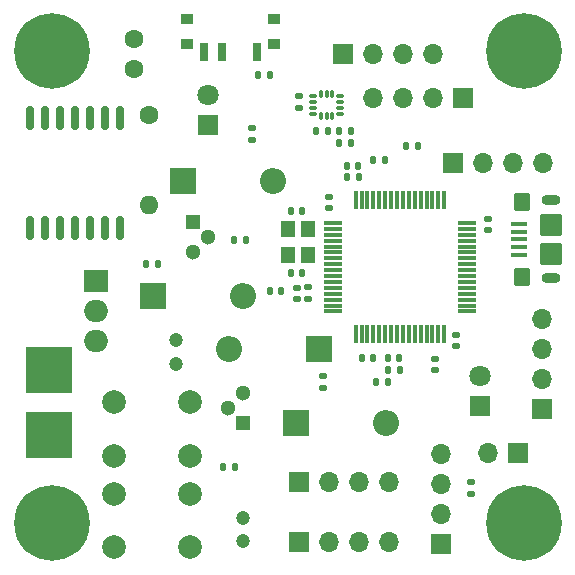
<source format=gbr>
%TF.GenerationSoftware,KiCad,Pcbnew,8.0.7*%
%TF.CreationDate,2025-07-22T02:57:33-04:00*%
%TF.ProjectId,Drone Motherboared,44726f6e-6520-44d6-9f74-686572626f61,rev?*%
%TF.SameCoordinates,Original*%
%TF.FileFunction,Soldermask,Top*%
%TF.FilePolarity,Negative*%
%FSLAX46Y46*%
G04 Gerber Fmt 4.6, Leading zero omitted, Abs format (unit mm)*
G04 Created by KiCad (PCBNEW 8.0.7) date 2025-07-22 02:57:33*
%MOMM*%
%LPD*%
G01*
G04 APERTURE LIST*
G04 Aperture macros list*
%AMRoundRect*
0 Rectangle with rounded corners*
0 $1 Rounding radius*
0 $2 $3 $4 $5 $6 $7 $8 $9 X,Y pos of 4 corners*
0 Add a 4 corners polygon primitive as box body*
4,1,4,$2,$3,$4,$5,$6,$7,$8,$9,$2,$3,0*
0 Add four circle primitives for the rounded corners*
1,1,$1+$1,$2,$3*
1,1,$1+$1,$4,$5*
1,1,$1+$1,$6,$7*
1,1,$1+$1,$8,$9*
0 Add four rect primitives between the rounded corners*
20,1,$1+$1,$2,$3,$4,$5,0*
20,1,$1+$1,$4,$5,$6,$7,0*
20,1,$1+$1,$6,$7,$8,$9,0*
20,1,$1+$1,$8,$9,$2,$3,0*%
G04 Aperture macros list end*
%ADD10R,4.000000X4.000000*%
%ADD11R,1.200000X1.400000*%
%ADD12RoundRect,0.087500X-0.087500X-0.225000X0.087500X-0.225000X0.087500X0.225000X-0.087500X0.225000X0*%
%ADD13RoundRect,0.087500X-0.225000X-0.087500X0.225000X-0.087500X0.225000X0.087500X-0.225000X0.087500X0*%
%ADD14RoundRect,0.075000X-0.700000X-0.075000X0.700000X-0.075000X0.700000X0.075000X-0.700000X0.075000X0*%
%ADD15RoundRect,0.075000X-0.075000X-0.700000X0.075000X-0.700000X0.075000X0.700000X-0.075000X0.700000X0*%
%ADD16RoundRect,0.150000X-0.150000X0.875000X-0.150000X-0.875000X0.150000X-0.875000X0.150000X0.875000X0*%
%ADD17R,0.711200X1.498600*%
%ADD18R,0.990600X0.812800*%
%ADD19C,2.000000*%
%ADD20RoundRect,0.135000X-0.185000X0.135000X-0.185000X-0.135000X0.185000X-0.135000X0.185000X0.135000X0*%
%ADD21RoundRect,0.135000X0.135000X0.185000X-0.135000X0.185000X-0.135000X-0.185000X0.135000X-0.185000X0*%
%ADD22RoundRect,0.135000X-0.135000X-0.185000X0.135000X-0.185000X0.135000X0.185000X-0.135000X0.185000X0*%
%ADD23RoundRect,0.135000X0.185000X-0.135000X0.185000X0.135000X-0.185000X0.135000X-0.185000X-0.135000X0*%
%ADD24O,2.000000X1.905000*%
%ADD25R,2.000000X1.905000*%
%ADD26C,1.300000*%
%ADD27R,1.300000X1.300000*%
%ADD28O,1.600000X1.600000*%
%ADD29C,1.600000*%
%ADD30RoundRect,0.100000X0.575000X-0.100000X0.575000X0.100000X-0.575000X0.100000X-0.575000X-0.100000X0*%
%ADD31O,1.600000X0.900000*%
%ADD32RoundRect,0.250000X0.450000X-0.550000X0.450000X0.550000X-0.450000X0.550000X-0.450000X-0.550000X0*%
%ADD33RoundRect,0.250000X0.700000X-0.700000X0.700000X0.700000X-0.700000X0.700000X-0.700000X-0.700000X0*%
%ADD34O,1.700000X1.700000*%
%ADD35R,1.700000X1.700000*%
%ADD36C,6.400000*%
%ADD37R,1.800000X1.800000*%
%ADD38C,1.800000*%
%ADD39O,2.200000X2.200000*%
%ADD40R,2.200000X2.200000*%
%ADD41C,1.200000*%
%ADD42RoundRect,0.140000X-0.140000X-0.170000X0.140000X-0.170000X0.140000X0.170000X-0.140000X0.170000X0*%
%ADD43RoundRect,0.140000X-0.170000X0.140000X-0.170000X-0.140000X0.170000X-0.140000X0.170000X0.140000X0*%
%ADD44RoundRect,0.140000X0.140000X0.170000X-0.140000X0.170000X-0.140000X-0.170000X0.140000X-0.170000X0*%
%ADD45RoundRect,0.140000X0.170000X-0.140000X0.170000X0.140000X-0.170000X0.140000X-0.170000X-0.140000X0*%
G04 APERTURE END LIST*
D10*
%TO.C,TP2*%
X159800000Y-102000000D03*
%TD*%
D11*
%TO.C,Y1*%
X181750000Y-84600000D03*
X181750000Y-86800000D03*
X180050000Y-86800000D03*
X180050000Y-84600000D03*
%TD*%
D12*
%TO.C,U3*%
X182790000Y-73175000D03*
X183290000Y-73175000D03*
X183790000Y-73175000D03*
D13*
X184452500Y-73337500D03*
X184452500Y-73837500D03*
X184452500Y-74337500D03*
X184452500Y-74837500D03*
D12*
X183790000Y-75000000D03*
X183290000Y-75000000D03*
X182790000Y-75000000D03*
D13*
X182127500Y-74837500D03*
X182127500Y-74337500D03*
X182127500Y-73837500D03*
X182127500Y-73337500D03*
%TD*%
D14*
%TO.C,U2*%
X183825000Y-84050000D03*
X183825000Y-84550000D03*
X183825000Y-85050000D03*
X183825000Y-85550000D03*
X183825000Y-86050000D03*
X183825000Y-86550000D03*
X183825000Y-87050000D03*
X183825000Y-87550000D03*
X183825000Y-88050000D03*
X183825000Y-88550000D03*
X183825000Y-89050000D03*
X183825000Y-89550000D03*
X183825000Y-90050000D03*
X183825000Y-90550000D03*
X183825000Y-91050000D03*
X183825000Y-91550000D03*
D15*
X185750000Y-93475000D03*
X186250000Y-93475000D03*
X186750000Y-93475000D03*
X187250000Y-93475000D03*
X187750000Y-93475000D03*
X188250000Y-93475000D03*
X188750000Y-93475000D03*
X189250000Y-93475000D03*
X189750000Y-93475000D03*
X190250000Y-93475000D03*
X190750000Y-93475000D03*
X191250000Y-93475000D03*
X191750000Y-93475000D03*
X192250000Y-93475000D03*
X192750000Y-93475000D03*
X193250000Y-93475000D03*
D14*
X195175000Y-91550000D03*
X195175000Y-91050000D03*
X195175000Y-90550000D03*
X195175000Y-90050000D03*
X195175000Y-89550000D03*
X195175000Y-89050000D03*
X195175000Y-88550000D03*
X195175000Y-88050000D03*
X195175000Y-87550000D03*
X195175000Y-87050000D03*
X195175000Y-86550000D03*
X195175000Y-86050000D03*
X195175000Y-85550000D03*
X195175000Y-85050000D03*
X195175000Y-84550000D03*
X195175000Y-84050000D03*
D15*
X193250000Y-82125000D03*
X192750000Y-82125000D03*
X192250000Y-82125000D03*
X191750000Y-82125000D03*
X191250000Y-82125000D03*
X190750000Y-82125000D03*
X190250000Y-82125000D03*
X189750000Y-82125000D03*
X189250000Y-82125000D03*
X188750000Y-82125000D03*
X188250000Y-82125000D03*
X187750000Y-82125000D03*
X187250000Y-82125000D03*
X186750000Y-82125000D03*
X186250000Y-82125000D03*
X185750000Y-82125000D03*
%TD*%
D16*
%TO.C,U1*%
X165770000Y-84500000D03*
X164500000Y-84500000D03*
X163230000Y-84500000D03*
X161960000Y-84500000D03*
X160690000Y-84500000D03*
X159420000Y-84500000D03*
X158150000Y-84500000D03*
X158150000Y-75200000D03*
X159420000Y-75200000D03*
X160690000Y-75200000D03*
X161960000Y-75200000D03*
X163230000Y-75200000D03*
X164500000Y-75200000D03*
X165770000Y-75200000D03*
%TD*%
D10*
%TO.C,TP1*%
X159800000Y-96500000D03*
%TD*%
D17*
%TO.C,SW3*%
X177399983Y-69599999D03*
X174399980Y-69599999D03*
X172899980Y-69599999D03*
D18*
X178799980Y-68899998D03*
X171499980Y-68899998D03*
X178799960Y-66800000D03*
X171500000Y-66800000D03*
%TD*%
D19*
%TO.C,SW2*%
X165250000Y-99250000D03*
X171750000Y-99250000D03*
X165250000Y-103750000D03*
X171750000Y-103750000D03*
%TD*%
%TO.C,SW1*%
X171750000Y-111500000D03*
X165250000Y-111500000D03*
X171750000Y-107000000D03*
X165250000Y-107000000D03*
%TD*%
D20*
%TO.C,R13*%
X195500000Y-107000000D03*
X195500000Y-105980000D03*
%TD*%
D21*
%TO.C,R11*%
X187230000Y-78750000D03*
X188250000Y-78750000D03*
%TD*%
D22*
%TO.C,R9*%
X191000000Y-77500000D03*
X189980000Y-77500000D03*
%TD*%
D23*
%TO.C,R10*%
X180952500Y-73337500D03*
X180952500Y-74357500D03*
%TD*%
D22*
%TO.C,R8*%
X178500000Y-71500000D03*
X177480000Y-71500000D03*
%TD*%
D21*
%TO.C,R7*%
X188480000Y-96500000D03*
X189500000Y-96500000D03*
%TD*%
D22*
%TO.C,R6*%
X187460000Y-97500000D03*
X188480000Y-97500000D03*
%TD*%
D20*
%TO.C,R5*%
X177000000Y-77020000D03*
X177000000Y-76000000D03*
%TD*%
D22*
%TO.C,R4*%
X169000000Y-87500000D03*
X167980000Y-87500000D03*
%TD*%
D20*
%TO.C,R3*%
X183000000Y-98000000D03*
X183000000Y-96980000D03*
%TD*%
D21*
%TO.C,R2*%
X175480000Y-85500000D03*
X176500000Y-85500000D03*
%TD*%
%TO.C,R1*%
X174480000Y-104750000D03*
X175500000Y-104750000D03*
%TD*%
D24*
%TO.C,Q3*%
X163805000Y-94040000D03*
X163805000Y-91500000D03*
D25*
X163805000Y-88960000D03*
%TD*%
D26*
%TO.C,Q2*%
X171980000Y-86520000D03*
X173250000Y-85250000D03*
D27*
X171980000Y-83980000D03*
%TD*%
%TO.C,Q1*%
X176250000Y-101000000D03*
D26*
X174980000Y-99730000D03*
X176250000Y-98460000D03*
%TD*%
D28*
%TO.C,L1*%
X168250000Y-82560000D03*
D29*
X168250000Y-74940000D03*
%TD*%
D30*
%TO.C,J9*%
X199575000Y-86750000D03*
X199575000Y-86100000D03*
X199575000Y-85450000D03*
X199575000Y-84800000D03*
X199575000Y-84150000D03*
D31*
X202250000Y-88750000D03*
D32*
X199800000Y-88650000D03*
D33*
X202250000Y-86650000D03*
X202250000Y-84250000D03*
D32*
X199800000Y-82250000D03*
D31*
X202250000Y-82150000D03*
%TD*%
D34*
%TO.C,J8*%
X187210000Y-73500000D03*
X189750000Y-73500000D03*
X192290000Y-73500000D03*
D35*
X194830000Y-73500000D03*
%TD*%
D34*
%TO.C,J3*%
X192290000Y-69750000D03*
X189750000Y-69750000D03*
X187210000Y-69750000D03*
D35*
X184670000Y-69750000D03*
%TD*%
D34*
%TO.C,J2*%
X201620000Y-79000000D03*
X199080000Y-79000000D03*
X196540000Y-79000000D03*
D35*
X194000000Y-79000000D03*
%TD*%
D34*
%TO.C,J7*%
X193000000Y-103630000D03*
X193000000Y-106170000D03*
X193000000Y-108710000D03*
D35*
X193000000Y-111250000D03*
%TD*%
%TO.C,J1*%
X201500000Y-99830000D03*
D34*
X201500000Y-97290000D03*
X201500000Y-94750000D03*
X201500000Y-92210000D03*
%TD*%
%TO.C,J6*%
X196960000Y-103500000D03*
D35*
X199500000Y-103500000D03*
%TD*%
D34*
%TO.C,J5*%
X188540000Y-111080000D03*
X186000000Y-111080000D03*
X183460000Y-111080000D03*
D35*
X180920000Y-111080000D03*
%TD*%
%TO.C,J4*%
X180920000Y-106000000D03*
D34*
X183460000Y-106000000D03*
X186000000Y-106000000D03*
X188540000Y-106000000D03*
%TD*%
D36*
%TO.C,H4*%
X200000000Y-109500000D03*
%TD*%
%TO.C,H3*%
X200000000Y-69500000D03*
%TD*%
%TO.C,H2*%
X160000000Y-109500000D03*
%TD*%
%TO.C,H1*%
X160000000Y-69500000D03*
%TD*%
D37*
%TO.C,D6*%
X196250000Y-99540000D03*
D38*
X196250000Y-97000000D03*
%TD*%
D39*
%TO.C,D5*%
X176250000Y-90250000D03*
D40*
X168630000Y-90250000D03*
%TD*%
D38*
%TO.C,D4*%
X173250000Y-73210000D03*
D37*
X173250000Y-75750000D03*
%TD*%
D39*
%TO.C,D3*%
X178750000Y-80500000D03*
D40*
X171130000Y-80500000D03*
%TD*%
D39*
%TO.C,D2*%
X175000000Y-94750000D03*
D40*
X182620000Y-94750000D03*
%TD*%
D39*
%TO.C,D1*%
X188310000Y-101000000D03*
D40*
X180690000Y-101000000D03*
%TD*%
D41*
%TO.C,C3*%
X176250000Y-111000000D03*
X176250000Y-109000000D03*
%TD*%
%TO.C,C7*%
X170500000Y-94000000D03*
X170500000Y-96000000D03*
%TD*%
D42*
%TO.C,C18*%
X185980000Y-79200000D03*
X185020000Y-79200000D03*
%TD*%
D43*
%TO.C,C17*%
X194250000Y-94500000D03*
X194250000Y-93540000D03*
%TD*%
D44*
%TO.C,C20*%
X184377500Y-77250000D03*
X185337500Y-77250000D03*
%TD*%
%TO.C,C19*%
X184377500Y-76250000D03*
X185337500Y-76250000D03*
%TD*%
D42*
%TO.C,C16*%
X186000000Y-80200000D03*
X185040000Y-80200000D03*
%TD*%
D44*
%TO.C,C15*%
X186290000Y-95500000D03*
X187250000Y-95500000D03*
%TD*%
D43*
%TO.C,C13*%
X196925000Y-83700000D03*
X196925000Y-84660000D03*
%TD*%
D45*
%TO.C,C12*%
X183500000Y-82800000D03*
X183500000Y-81840000D03*
%TD*%
D42*
%TO.C,C14*%
X183377500Y-76250000D03*
X182417500Y-76250000D03*
%TD*%
D43*
%TO.C,C11*%
X192500000Y-96500000D03*
X192500000Y-95540000D03*
%TD*%
D44*
%TO.C,C10*%
X180290000Y-88300000D03*
X181250000Y-88300000D03*
%TD*%
D42*
%TO.C,C9*%
X181230000Y-83050000D03*
X180270000Y-83050000D03*
%TD*%
D45*
%TO.C,C8*%
X181750000Y-89500000D03*
X181750000Y-90460000D03*
%TD*%
%TO.C,C6*%
X180750000Y-90480000D03*
X180750000Y-89520000D03*
%TD*%
D44*
%TO.C,C5*%
X179460000Y-89800000D03*
X178500000Y-89800000D03*
%TD*%
D42*
%TO.C,C4*%
X189460000Y-95500000D03*
X188500000Y-95500000D03*
%TD*%
D29*
%TO.C,C2*%
X167000000Y-68500000D03*
X167000000Y-71000000D03*
%TD*%
M02*

</source>
